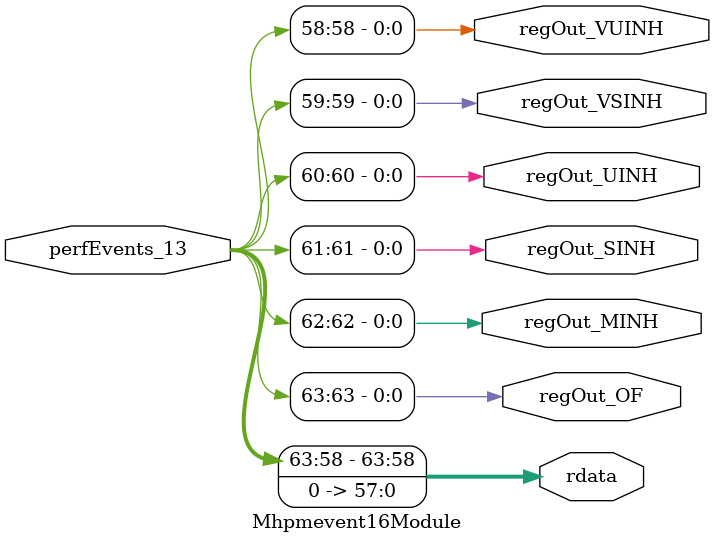
<source format=v>
module Mhpmevent16Module(
  output [63:0] rdata,
  output        regOut_OF,
  output        regOut_MINH,
  output        regOut_SINH,
  output        regOut_UINH,
  output        regOut_VSINH,
  output        regOut_VUINH,
  input  [63:0] perfEvents_13
);

  assign rdata = {perfEvents_13[63:58], 58'h0};
  assign regOut_OF = perfEvents_13[63];
  assign regOut_MINH = perfEvents_13[62];
  assign regOut_SINH = perfEvents_13[61];
  assign regOut_UINH = perfEvents_13[60];
  assign regOut_VSINH = perfEvents_13[59];
  assign regOut_VUINH = perfEvents_13[58];
endmodule


</source>
